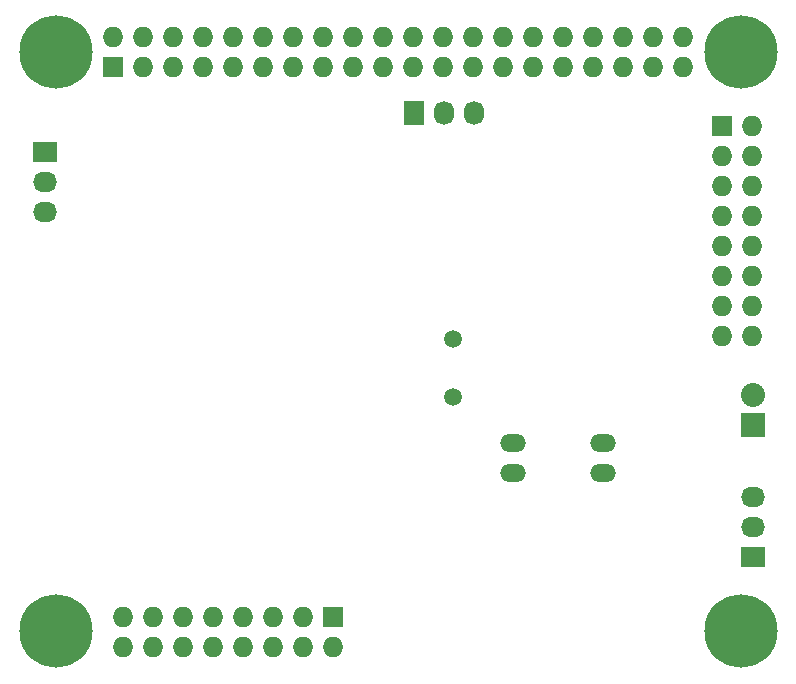
<source format=gbs>
G04 #@! TF.FileFunction,Soldermask,Bot*
%FSLAX46Y46*%
G04 Gerber Fmt 4.6, Leading zero omitted, Abs format (unit mm)*
G04 Created by KiCad (PCBNEW (2015-05-05 BZR 5645)-product) date ma. 18. mai 2015 kl. 21.53 +0200*
%MOMM*%
G01*
G04 APERTURE LIST*
%ADD10C,0.100000*%
%ADD11R,1.727200X1.727200*%
%ADD12O,1.727200X1.727200*%
%ADD13C,6.200000*%
%ADD14R,1.727200X2.032000*%
%ADD15O,1.727200X2.032000*%
%ADD16R,2.032000X2.032000*%
%ADD17O,2.032000X2.032000*%
%ADD18R,2.032000X1.727200*%
%ADD19O,2.032000X1.727200*%
%ADD20O,2.197100X1.498600*%
%ADD21O,2.194560X1.496060*%
%ADD22C,1.501140*%
G04 APERTURE END LIST*
D10*
D11*
X66488000Y-61398000D03*
D12*
X66488000Y-58858000D03*
X69028000Y-61398000D03*
X69028000Y-58858000D03*
X71568000Y-61398000D03*
X71568000Y-58858000D03*
X74108000Y-61398000D03*
X74108000Y-58858000D03*
X76648000Y-61398000D03*
X76648000Y-58858000D03*
X79188000Y-61398000D03*
X79188000Y-58858000D03*
X81728000Y-61398000D03*
X81728000Y-58858000D03*
X84268000Y-61398000D03*
X84268000Y-58858000D03*
X86808000Y-61398000D03*
X86808000Y-58858000D03*
X89348000Y-61398000D03*
X89348000Y-58858000D03*
X91888000Y-61398000D03*
X91888000Y-58858000D03*
X94428000Y-61398000D03*
X94428000Y-58858000D03*
X96968000Y-61398000D03*
X96968000Y-58858000D03*
X99508000Y-61398000D03*
X99508000Y-58858000D03*
X102048000Y-61398000D03*
X102048000Y-58858000D03*
X104588000Y-61398000D03*
X104588000Y-58858000D03*
X107128000Y-61398000D03*
X107128000Y-58858000D03*
X109668000Y-61398000D03*
X109668000Y-58858000D03*
X112208000Y-61398000D03*
X112208000Y-58858000D03*
X114748000Y-61398000D03*
X114748000Y-58858000D03*
D13*
X119618000Y-60128000D03*
X119618000Y-109128000D03*
X61618000Y-109128000D03*
X61618000Y-60128000D03*
D14*
X91948000Y-65278000D03*
D15*
X94488000Y-65278000D03*
X97028000Y-65278000D03*
D11*
X85090000Y-107950000D03*
D12*
X85090000Y-110490000D03*
X82550000Y-107950000D03*
X82550000Y-110490000D03*
X80010000Y-107950000D03*
X80010000Y-110490000D03*
X77470000Y-107950000D03*
X77470000Y-110490000D03*
X74930000Y-107950000D03*
X74930000Y-110490000D03*
X72390000Y-107950000D03*
X72390000Y-110490000D03*
X69850000Y-107950000D03*
X69850000Y-110490000D03*
X67310000Y-107950000D03*
X67310000Y-110490000D03*
D16*
X120650000Y-91694000D03*
D17*
X120650000Y-89154000D03*
D18*
X120650000Y-102870000D03*
D19*
X120650000Y-100330000D03*
X120650000Y-97790000D03*
D18*
X60706000Y-68580000D03*
D19*
X60706000Y-71120000D03*
X60706000Y-73660000D03*
D11*
X118000000Y-66400000D03*
D12*
X120540000Y-66400000D03*
X118000000Y-68940000D03*
X120540000Y-68940000D03*
X118000000Y-71480000D03*
X120540000Y-71480000D03*
X118000000Y-74020000D03*
X120540000Y-74020000D03*
X118000000Y-76560000D03*
X120540000Y-76560000D03*
X118000000Y-79100000D03*
X120540000Y-79100000D03*
X118000000Y-81640000D03*
X120540000Y-81640000D03*
X118000000Y-84180000D03*
X120540000Y-84180000D03*
D20*
X107950000Y-95758000D03*
X107950000Y-93218000D03*
D21*
X100330000Y-93218000D03*
X100330000Y-95758000D03*
D22*
X95250000Y-89308940D03*
X95250000Y-84427060D03*
M02*

</source>
